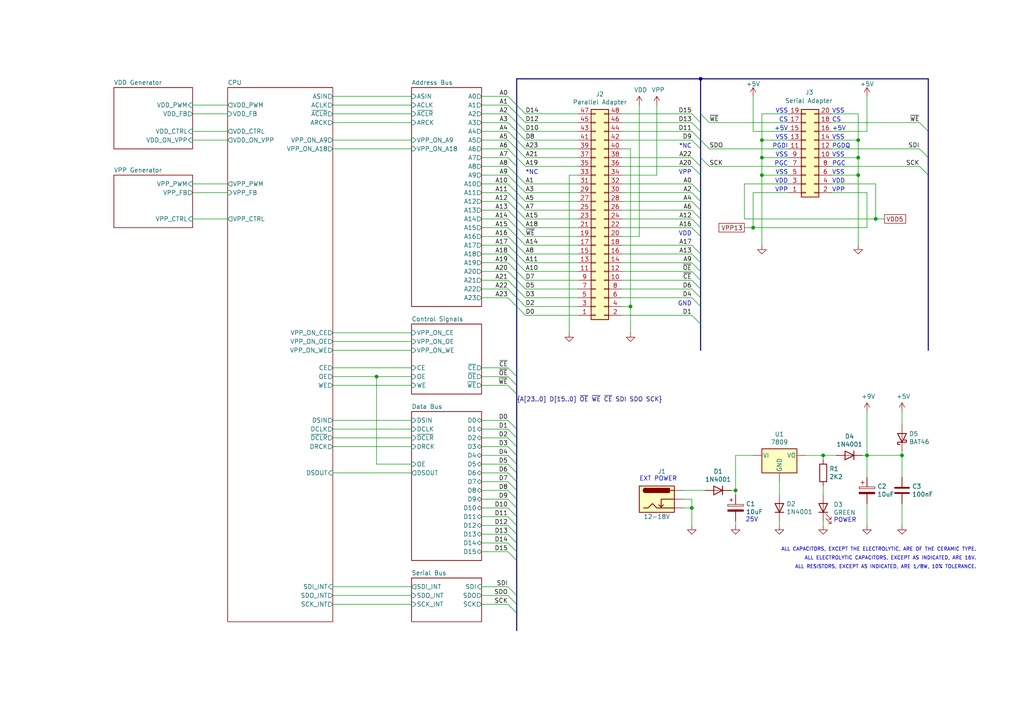
<source format=kicad_sch>
(kicad_sch (version 20211123) (generator eeschema)
  (paper "A4")
  (title_block (title "USB Flash/EPROM Programmer") (date "2022-04-27") (rev "v0.1.0 rev.E") (company "Robson Martins") (comment 1 "https://usbflashprog.robsonmartins.com"))
  (lib_symbols
    (symbol "Connector:Barrel_Jack_Switch" (pin_numbers hide)
      (property "Reference" "J" (at 0 5.334 0))
      (property "Value" "Barrel_Jack_Switch" (at 0 -5.08 0))
      (symbol "Barrel_Jack_Switch_1_1"
        (pin passive line (at 7.62 2.54 180) (length 2.54) (name "~") (number "1"))
        (pin passive line (at 7.62 -2.54 180) (length 2.54) (name "~") (number "2"))
        (pin passive line (at 7.62 0 180) (length 2.54) (name "~") (number "3"))
      )
    )
    (symbol "Connector_Generic:Conn_02x10_Odd_Even" (pin_names (offset 1.016) hide)
      (property "Reference" "J" (at 1.27 12.7 0))
      (property "Value" "Conn_02x10_Odd_Even" (at 1.27 -15.24 0))
      (symbol "Conn_02x10_Odd_Even_1_1"
        (pin passive line (at -5.08 10.16 0) (length 3.81) (name "Pin_1") (number "1"))
        (pin passive line (at 7.62 0 180) (length 3.81) (name "Pin_10") (number "10"))
        (pin passive line (at -5.08 -2.54 0) (length 3.81) (name "Pin_11") (number "11"))
        (pin passive line (at 7.62 -2.54 180) (length 3.81) (name "Pin_12") (number "12"))
        (pin passive line (at -5.08 -5.08 0) (length 3.81) (name "Pin_13") (number "13"))
        (pin passive line (at 7.62 -5.08 180) (length 3.81) (name "Pin_14") (number "14"))
        (pin passive line (at -5.08 -7.62 0) (length 3.81) (name "Pin_15") (number "15"))
        (pin passive line (at 7.62 -7.62 180) (length 3.81) (name "Pin_16") (number "16"))
        (pin passive line (at -5.08 -10.16 0) (length 3.81) (name "Pin_17") (number "17"))
        (pin passive line (at 7.62 -10.16 180) (length 3.81) (name "Pin_18") (number "18"))
        (pin passive line (at -5.08 -12.7 0) (length 3.81) (name "Pin_19") (number "19"))
        (pin passive line (at 7.62 10.16 180) (length 3.81) (name "Pin_2") (number "2"))
        (pin passive line (at 7.62 -12.7 180) (length 3.81) (name "Pin_20") (number "20"))
        (pin passive line (at -5.08 7.62 0) (length 3.81) (name "Pin_3") (number "3"))
        (pin passive line (at 7.62 7.62 180) (length 3.81) (name "Pin_4") (number "4"))
        (pin passive line (at -5.08 5.08 0) (length 3.81) (name "Pin_5") (number "5"))
        (pin passive line (at 7.62 5.08 180) (length 3.81) (name "Pin_6") (number "6"))
        (pin passive line (at -5.08 2.54 0) (length 3.81) (name "Pin_7") (number "7"))
        (pin passive line (at 7.62 2.54 180) (length 3.81) (name "Pin_8") (number "8"))
        (pin passive line (at -5.08 0 0) (length 3.81) (name "Pin_9") (number "9"))
      )
    )
    (symbol "Connector_Generic:Conn_02x24_Odd_Even" (pin_names (offset 1.016) hide)
      (property "Reference" "J" (at 1.27 30.48 0))
      (property "Value" "Conn_02x24_Odd_Even" (at 1.27 -33.02 0))
      (symbol "Conn_02x24_Odd_Even_1_1"
        (pin passive line (at -5.08 27.94 0) (length 3.81) (name "Pin_1") (number "1"))
        (pin passive line (at 7.62 17.78 180) (length 3.81) (name "Pin_10") (number "10"))
        (pin passive line (at -5.08 15.24 0) (length 3.81) (name "Pin_11") (number "11"))
        (pin passive line (at 7.62 15.24 180) (length 3.81) (name "Pin_12") (number "12"))
        (pin passive line (at -5.08 12.7 0) (length 3.81) (name "Pin_13") (number "13"))
        (pin passive line (at 7.62 12.7 180) (length 3.81) (name "Pin_14") (number "14"))
        (pin passive line (at -5.08 10.16 0) (length 3.81) (name "Pin_15") (number "15"))
        (pin passive line (at 7.62 10.16 180) (length 3.81) (name "Pin_16") (number "16"))
        (pin passive line (at -5.08 7.62 0) (length 3.81) (name "Pin_17") (number "17"))
        (pin passive line (at 7.62 7.62 180) (length 3.81) (name "Pin_18") (number "18"))
        (pin passive line (at -5.08 5.08 0) (length 3.81) (name "Pin_19") (number "19"))
        (pin passive line (at 7.62 27.94 180) (length 3.81) (name "Pin_2") (number "2"))
        (pin passive line (at 7.62 5.08 180) (length 3.81) (name "Pin_20") (number "20"))
        (pin passive line (at -5.08 2.54 0) (length 3.81) (name "Pin_21") (number "21"))
        (pin passive line (at 7.62 2.54 180) (length 3.81) (name "Pin_22") (number "22"))
        (pin passive line (at -5.08 0 0) (length 3.81) (name "Pin_23") (number "23"))
        (pin passive line (at 7.62 0 180) (length 3.81) (name "Pin_24") (number "24"))
        (pin passive line (at -5.08 -2.54 0) (length 3.81) (name "Pin_25") (number "25"))
        (pin passive line (at 7.62 -2.54 180) (length 3.81) (name "Pin_26") (number "26"))
        (pin passive line (at -5.08 -5.08 0) (length 3.81) (name "Pin_27") (number "27"))
        (pin passive line (at 7.62 -5.08 180) (length 3.81) (name "Pin_28") (number "28"))
        (pin passive line (at -5.08 -7.62 0) (length 3.81) (name "Pin_29") (number "29"))
        (pin passive line (at -5.08 25.4 0) (length 3.81) (name "Pin_3") (number "3"))
        (pin passive line (at 7.62 -7.62 180) (length 3.81) (name "Pin_30") (number "30"))
        (pin passive line (at -5.08 -10.16 0) (length 3.81) (name "Pin_31") (number "31"))
        (pin passive line (at 7.62 -10.16 180) (length 3.81) (name "Pin_32") (number "32"))
        (pin passive line (at -5.08 -12.7 0) (length 3.81) (name "Pin_33") (number "33"))
        (pin passive line (at 7.62 -12.7 180) (length 3.81) (name "Pin_34") (number "34"))
        (pin passive line (at -5.08 -15.24 0) (length 3.81) (name "Pin_35") (number "35"))
        (pin passive line (at 7.62 -15.24 180) (length 3.81) (name "Pin_36") (number "36"))
        (pin passive line (at -5.08 -17.78 0) (length 3.81) (name "Pin_37") (number "37"))
        (pin passive line (at 7.62 -17.78 180) (length 3.81) (name "Pin_38") (number "38"))
        (pin passive line (at -5.08 -20.32 0) (length 3.81) (name "Pin_39") (number "39"))
        (pin passive line (at 7.62 25.4 180) (length 3.81) (name "Pin_4") (number "4"))
        (pin passive line (at 7.62 -20.32 180) (length 3.81) (name "Pin_40") (number "40"))
        (pin passive line (at -5.08 -22.86 0) (length 3.81) (name "Pin_41") (number "41"))
        (pin passive line (at 7.62 -22.86 180) (length 3.81) (name "Pin_42") (number "42"))
        (pin passive line (at -5.08 -25.4 0) (length 3.81) (name "Pin_43") (number "43"))
        (pin passive line (at 7.62 -25.4 180) (length 3.81) (name "Pin_44") (number "44"))
        (pin passive line (at -5.08 -27.94 0) (length 3.81) (name "Pin_45") (number "45"))
        (pin passive line (at 7.62 -27.94 180) (length 3.81) (name "Pin_46") (number "46"))
        (pin passive line (at -5.08 -30.48 0) (length 3.81) (name "Pin_47") (number "47"))
        (pin passive line (at 7.62 -30.48 180) (length 3.81) (name "Pin_48") (number "48"))
        (pin passive line (at -5.08 22.86 0) (length 3.81) (name "Pin_5") (number "5"))
        (pin passive line (at 7.62 22.86 180) (length 3.81) (name "Pin_6") (number "6"))
        (pin passive line (at -5.08 20.32 0) (length 3.81) (name "Pin_7") (number "7"))
        (pin passive line (at 7.62 20.32 180) (length 3.81) (name "Pin_8") (number "8"))
        (pin passive line (at -5.08 17.78 0) (length 3.81) (name "Pin_9") (number "9"))
      )
    )
    (symbol "Device:C" (pin_numbers hide) (pin_names (offset 0.254))
      (property "Reference" "C" (at 0.635 2.54 0))
      (property "Value" "C" (at 0.635 -2.54 0))
      (symbol "C_1_1"
        (pin passive line (at 0 3.81 270) (length 2.794) (name "~") (number "1"))
        (pin passive line (at 0 -3.81 90) (length 2.794) (name "~") (number "2"))
      )
    )
    (symbol "Device:C_Polarized" (pin_numbers hide) (pin_names (offset 0.254))
      (property "Reference" "C" (at 0.635 2.54 0))
      (property "Value" "C_Polarized" (at 0.635 -2.54 0))
      (symbol "C_Polarized_1_1"
        (pin passive line (at 0 3.81 270) (length 2.794) (name "~") (number "1"))
        (pin passive line (at 0 -3.81 90) (length 2.794) (name "~") (number "2"))
      )
    )
    (symbol "Device:LED" (pin_numbers hide) (pin_names (offset 1.016) hide)
      (property "Reference" "D" (at 0 2.54 0))
      (property "Value" "LED" (at 0 -2.54 0))
      (symbol "LED_1_1"
        (pin passive line (at -3.81 0 0) (length 2.54) (name "K") (number "1"))
        (pin passive line (at 3.81 0 180) (length 2.54) (name "A") (number "2"))
      )
    )
    (symbol "Device:R" (pin_numbers hide) (pin_names (offset 0))
      (property "Reference" "R" (at 2.032 0 90))
      (property "Value" "R" (at 0 0 90))
      (symbol "R_1_1"
        (pin passive line (at 0 3.81 270) (length 1.27) (name "~") (number "1"))
        (pin passive line (at 0 -3.81 90) (length 1.27) (name "~") (number "2"))
      )
    )
    (symbol "Diode:1N4001" (pin_numbers hide) (pin_names (offset 1.016) hide)
      (property "Reference" "D" (at 0 2.54 0))
      (property "Value" "1N4001" (at 0 -2.54 0))
      (symbol "1N4001_1_1"
        (pin passive line (at -3.81 0 0) (length 2.54) (name "K") (number "1"))
        (pin passive line (at 3.81 0 180) (length 2.54) (name "A") (number "2"))
      )
    )
    (symbol "Diode:BAT46" (pin_numbers hide) (pin_names (offset 1.016) hide)
      (property "Reference" "D" (at 0 2.54 0))
      (property "Value" "BAT46" (at 0 -2.54 0))
      (symbol "BAT46_1_1"
        (pin passive line (at -3.81 0 0) (length 2.54) (name "K") (number "1"))
        (pin passive line (at 3.81 0 180) (length 2.54) (name "A") (number "2"))
      )
    )
    (symbol "Regulator_Linear:LM7809_TO220" (pin_numbers hide) (pin_names (offset 0.254))
      (property "Reference" "U" (at -3.81 3.175 0))
      (property "Value" "LM7809_TO220" (at 0 3.175 0))
      (symbol "LM7809_TO220_1_1"
        (pin power_in line (at -7.62 0 0) (length 2.54) (name "VI") (number "1"))
        (pin power_in line (at 0 -7.62 90) (length 2.54) (name "GND") (number "2"))
        (pin power_out line (at 7.62 0 180) (length 2.54) (name "VO") (number "3"))
      )
    )
    (symbol "power:+5V" (power) (pin_names (offset 0))
      (property "Value" "+5V" (at 0 3.556 0))
      (symbol "+5V_1_1"
        (pin power_in line (at 0 0 90) (length 0) hide (name "+5V") (number "1"))
      )
    )
    (symbol "power:+9V" (power) (pin_names (offset 0))
      (property "Value" "+9V" (at 0 3.556 0))
      (symbol "+9V_1_1"
        (pin power_in line (at 0 0 90) (length 0) hide (name "+9V") (number "1"))
      )
    )
    (symbol "power:GND" (power) (pin_names (offset 0))
      (property "Value" "GND" (at 0 -3.81 0))
      (symbol "GND_1_1"
        (pin power_in line (at 0 0 270) (length 0) hide (name "GND") (number "1"))
      )
    )
    (symbol "power:VDD" (power) (pin_names (offset 0))
      (property "Value" "VDD" (at 0 3.81 0))
      (symbol "VDD_1_1"
        (pin power_in line (at 0 0 90) (length 0) hide (name "VDD") (number "1"))
      )
    )
    (symbol "power:VPP" (power) (pin_names (offset 0))
      (property "Value" "VPP" (at 0 3.81 0))
      (symbol "VPP_1_1"
        (pin power_in line (at 0 0 90) (length 0) hide (name "VPP") (number "1"))
      )
    )
  )
  (junction (at 203.2 22.86))
  (junction (at 238.76 132.08))
  (junction (at 248.92 50.8))
  (junction (at 218.44 66.04))
  (junction (at 251.46 132.08))
  (junction (at 220.98 45.72))
  (junction (at 248.92 45.72))
  (junction (at 261.62 132.08))
  (junction (at 200.66 147.32))
  (junction (at 220.98 40.64))
  (junction (at 213.36 142.24))
  (junction (at 254 63.5))
  (junction (at 182.88 88.9))
  (junction (at 220.98 50.8))
  (junction (at 248.92 40.64))
  (junction (at 109.22 109.22))
  (bus_entry (at 200.66 60.96) (size 2.54 2.54))
  (bus_entry (at 149.86 83.82) (size 2.54 2.54))
  (bus_entry (at 147.32 129.54) (size 2.54 2.54))
  (bus_entry (at 149.86 76.2) (size 2.54 2.54))
  (bus_entry (at 149.86 68.58) (size 2.54 2.54))
  (bus_entry (at 147.32 127) (size 2.54 2.54))
  (bus_entry (at 149.86 55.88) (size 2.54 2.54))
  (bus_entry (at 149.86 73.66) (size 2.54 2.54))
  (bus_entry (at 200.66 66.04) (size 2.54 2.54))
  (bus_entry (at 149.86 43.18) (size 2.54 2.54))
  (bus_entry (at 147.32 111.76) (size 2.54 2.54))
  (bus_entry (at 200.66 38.1) (size 2.54 2.54))
  (bus_entry (at 200.66 48.26) (size 2.54 2.54))
  (bus_entry (at 200.66 73.66) (size 2.54 2.54))
  (bus_entry (at 147.32 86.36) (size 2.54 2.54))
  (bus_entry (at 147.32 157.48) (size 2.54 2.54))
  (bus_entry (at 147.32 137.16) (size 2.54 2.54))
  (bus_entry (at 200.66 78.74) (size 2.54 2.54))
  (bus_entry (at 147.32 73.66) (size 2.54 2.54))
  (bus_entry (at 147.32 48.26) (size 2.54 2.54))
  (bus_entry (at 149.86 30.48) (size 2.54 2.54))
  (bus_entry (at 149.86 78.74) (size 2.54 2.54))
  (bus_entry (at 149.86 50.8) (size 2.54 2.54))
  (bus_entry (at 149.86 45.72) (size 2.54 2.54))
  (bus_entry (at 147.32 170.18) (size 2.54 2.54))
  (bus_entry (at 147.32 172.72) (size 2.54 2.54))
  (bus_entry (at 147.32 175.26) (size 2.54 2.54))
  (bus_entry (at 147.32 149.86) (size 2.54 2.54))
  (bus_entry (at 147.32 53.34) (size 2.54 2.54))
  (bus_entry (at 200.66 53.34) (size 2.54 2.54))
  (bus_entry (at 147.32 76.2) (size 2.54 2.54))
  (bus_entry (at 147.32 40.64) (size 2.54 2.54))
  (bus_entry (at 200.66 76.2) (size 2.54 2.54))
  (bus_entry (at 147.32 66.04) (size 2.54 2.54))
  (bus_entry (at 149.86 71.12) (size 2.54 2.54))
  (bus_entry (at 149.86 60.96) (size 2.54 2.54))
  (bus_entry (at 149.86 40.64) (size 2.54 2.54))
  (bus_entry (at 147.32 60.96) (size 2.54 2.54))
  (bus_entry (at 200.66 55.88) (size 2.54 2.54))
  (bus_entry (at 149.86 81.28) (size 2.54 2.54))
  (bus_entry (at 200.66 40.64) (size 2.54 2.54))
  (bus_entry (at 147.32 154.94) (size 2.54 2.54))
  (bus_entry (at 200.66 35.56) (size 2.54 2.54))
  (bus_entry (at 200.66 33.02) (size 2.54 2.54))
  (bus_entry (at 149.86 66.04) (size 2.54 2.54))
  (bus_entry (at 203.2 40.64) (size 2.54 2.54))
  (bus_entry (at 149.86 58.42) (size 2.54 2.54))
  (bus_entry (at 200.66 86.36) (size 2.54 2.54))
  (bus_entry (at 147.32 38.1) (size 2.54 2.54))
  (bus_entry (at 147.32 124.46) (size 2.54 2.54))
  (bus_entry (at 147.32 43.18) (size 2.54 2.54))
  (bus_entry (at 147.32 33.02) (size 2.54 2.54))
  (bus_entry (at 200.66 83.82) (size 2.54 2.54))
  (bus_entry (at 147.32 27.94) (size 2.54 2.54))
  (bus_entry (at 147.32 132.08) (size 2.54 2.54))
  (bus_entry (at 147.32 83.82) (size 2.54 2.54))
  (bus_entry (at 147.32 71.12) (size 2.54 2.54))
  (bus_entry (at 147.32 147.32) (size 2.54 2.54))
  (bus_entry (at 149.86 88.9) (size 2.54 2.54))
  (bus_entry (at 200.66 81.28) (size 2.54 2.54))
  (bus_entry (at 147.32 121.92) (size 2.54 2.54))
  (bus_entry (at 200.66 45.72) (size 2.54 2.54))
  (bus_entry (at 147.32 134.62) (size 2.54 2.54))
  (bus_entry (at 200.66 91.44) (size 2.54 2.54))
  (bus_entry (at 147.32 68.58) (size 2.54 2.54))
  (bus_entry (at 147.32 78.74) (size 2.54 2.54))
  (bus_entry (at 149.86 35.56) (size 2.54 2.54))
  (bus_entry (at 147.32 55.88) (size 2.54 2.54))
  (bus_entry (at 147.32 50.8) (size 2.54 2.54))
  (bus_entry (at 149.86 63.5) (size 2.54 2.54))
  (bus_entry (at 147.32 81.28) (size 2.54 2.54))
  (bus_entry (at 200.66 71.12) (size 2.54 2.54))
  (bus_entry (at 149.86 53.34) (size 2.54 2.54))
  (bus_entry (at 200.66 63.5) (size 2.54 2.54))
  (bus_entry (at 147.32 160.02) (size 2.54 2.54))
  (bus_entry (at 147.32 45.72) (size 2.54 2.54))
  (bus_entry (at 147.32 63.5) (size 2.54 2.54))
  (bus_entry (at 149.86 86.36) (size 2.54 2.54))
  (bus_entry (at 147.32 58.42) (size 2.54 2.54))
  (bus_entry (at 200.66 58.42) (size 2.54 2.54))
  (bus_entry (at 147.32 35.56) (size 2.54 2.54))
  (bus_entry (at 147.32 142.24) (size 2.54 2.54))
  (bus_entry (at 147.32 30.48) (size 2.54 2.54))
  (bus_entry (at 203.2 45.72) (size 2.54 2.54))
  (bus_entry (at 266.7 48.26) (size 2.54 2.54))
  (bus_entry (at 266.7 43.18) (size 2.54 2.54))
  (bus_entry (at 203.2 33.02) (size 2.54 2.54))
  (bus_entry (at 266.7 35.56) (size 2.54 2.54))
  (bus_entry (at 147.32 152.4) (size 2.54 2.54))
  (bus_entry (at 147.32 109.22) (size 2.54 2.54))
  (bus_entry (at 149.86 33.02) (size 2.54 2.54))
  (bus_entry (at 147.32 106.68) (size 2.54 2.54))
  (bus_entry (at 147.32 139.7) (size 2.54 2.54))
  (bus_entry (at 147.32 144.78) (size 2.54 2.54))
  (bus_entry (at 149.86 38.1) (size 2.54 2.54))
  (wire (pts (xy 254 63.5) (xy 254 53.34)))
  (bus (pts (xy 149.86 162.56) (xy 149.86 172.72)))
  (wire (pts (xy 55.88 63.5) (xy 66.04 63.5)))
  (bus (pts (xy 203.2 86.36) (xy 203.2 88.9)))
  (wire (pts (xy 147.32 33.02) (xy 139.7 33.02)))
  (wire (pts (xy 167.64 68.58) (xy 152.4 68.58)))
  (bus (pts (xy 149.86 78.74) (xy 149.86 81.28)))
  (wire (pts (xy 226.06 139.7) (xy 226.06 143.51)))
  (wire (pts (xy 139.7 142.24) (xy 147.32 142.24)))
  (wire (pts (xy 139.7 157.48) (xy 147.32 157.48)))
  (bus (pts (xy 149.86 149.86) (xy 149.86 152.4)))
  (bus (pts (xy 149.86 147.32) (xy 149.86 149.86)))
  (wire (pts (xy 220.98 40.64) (xy 220.98 33.02)))
  (wire (pts (xy 96.52 175.26) (xy 119.38 175.26)))
  (wire (pts (xy 139.7 129.54) (xy 147.32 129.54)))
  (wire (pts (xy 248.92 40.64) (xy 248.92 33.02)))
  (wire (pts (xy 152.4 43.18) (xy 167.64 43.18)))
  (wire (pts (xy 256.54 63.5) (xy 254 63.5)))
  (wire (pts (xy 220.98 50.8) (xy 220.98 71.12)))
  (wire (pts (xy 251.46 138.43) (xy 251.46 132.08)))
  (wire (pts (xy 139.7 63.5) (xy 147.32 63.5)))
  (wire (pts (xy 215.9 63.5) (xy 215.9 53.34)))
  (wire (pts (xy 167.64 60.96) (xy 152.4 60.96)))
  (wire (pts (xy 167.64 48.26) (xy 152.4 48.26)))
  (bus (pts (xy 149.86 132.08) (xy 149.86 134.62)))
  (wire (pts (xy 180.34 40.64) (xy 200.66 40.64)))
  (wire (pts (xy 152.4 76.2) (xy 167.64 76.2)))
  (wire (pts (xy 241.3 35.56) (xy 266.7 35.56)))
  (bus (pts (xy 203.2 58.42) (xy 203.2 60.96)))
  (bus (pts (xy 203.2 33.02) (xy 203.2 35.56)))
  (wire (pts (xy 152.4 86.36) (xy 167.64 86.36)))
  (bus (pts (xy 149.86 63.5) (xy 149.86 66.04)))
  (bus (pts (xy 149.86 81.28) (xy 149.86 83.82)))
  (wire (pts (xy 165.1 50.8) (xy 165.1 96.52)))
  (wire (pts (xy 147.32 149.86) (xy 139.7 149.86)))
  (bus (pts (xy 149.86 114.3) (xy 149.86 124.46)))
  (wire (pts (xy 96.52 106.68) (xy 119.38 106.68)))
  (wire (pts (xy 55.88 40.64) (xy 66.04 40.64)))
  (bus (pts (xy 203.2 22.86) (xy 203.2 33.02)))
  (wire (pts (xy 182.88 88.9) (xy 182.88 96.52)))
  (wire (pts (xy 147.32 66.04) (xy 139.7 66.04)))
  (wire (pts (xy 139.7 170.18) (xy 147.32 170.18)))
  (wire (pts (xy 180.34 86.36) (xy 200.66 86.36)))
  (bus (pts (xy 203.2 88.9) (xy 203.2 93.98)))
  (bus (pts (xy 203.2 66.04) (xy 203.2 68.58)))
  (bus (pts (xy 149.86 124.46) (xy 149.86 127)))
  (wire (pts (xy 147.32 60.96) (xy 139.7 60.96)))
  (bus (pts (xy 149.86 88.9) (xy 149.86 109.22)))
  (wire (pts (xy 147.32 40.64) (xy 139.7 40.64)))
  (wire (pts (xy 200.66 71.12) (xy 180.34 71.12)))
  (bus (pts (xy 149.86 127) (xy 149.86 129.54)))
  (wire (pts (xy 167.64 55.88) (xy 152.4 55.88)))
  (wire (pts (xy 96.52 127) (xy 119.38 127)))
  (wire (pts (xy 251.46 152.4) (xy 251.46 146.05)))
  (bus (pts (xy 203.2 76.2) (xy 203.2 78.74)))
  (wire (pts (xy 241.3 43.18) (xy 266.7 43.18)))
  (wire (pts (xy 147.32 45.72) (xy 139.7 45.72)))
  (wire (pts (xy 152.4 40.64) (xy 167.64 40.64)))
  (wire (pts (xy 119.38 33.02) (xy 96.52 33.02)))
  (wire (pts (xy 241.3 53.34) (xy 254 53.34)))
  (wire (pts (xy 205.74 35.56) (xy 228.6 35.56)))
  (wire (pts (xy 213.36 132.08) (xy 218.44 132.08)))
  (wire (pts (xy 212.09 142.24) (xy 213.36 142.24)))
  (wire (pts (xy 180.34 91.44) (xy 200.66 91.44)))
  (wire (pts (xy 180.34 76.2) (xy 200.66 76.2)))
  (wire (pts (xy 248.92 50.8) (xy 248.92 45.72)))
  (wire (pts (xy 220.98 45.72) (xy 220.98 40.64)))
  (wire (pts (xy 119.38 40.64) (xy 96.52 40.64)))
  (wire (pts (xy 96.52 101.6) (xy 119.38 101.6)))
  (bus (pts (xy 149.86 139.7) (xy 149.86 142.24)))
  (bus (pts (xy 203.2 83.82) (xy 203.2 86.36)))
  (wire (pts (xy 96.52 35.56) (xy 119.38 35.56)))
  (bus (pts (xy 203.2 93.98) (xy 203.2 101.6)))
  (wire (pts (xy 147.32 53.34) (xy 139.7 53.34)))
  (wire (pts (xy 55.88 55.88) (xy 66.04 55.88)))
  (bus (pts (xy 149.86 58.42) (xy 149.86 60.96)))
  (wire (pts (xy 220.98 50.8) (xy 220.98 45.72)))
  (bus (pts (xy 149.86 71.12) (xy 149.86 73.66)))
  (wire (pts (xy 218.44 55.88) (xy 218.44 66.04)))
  (wire (pts (xy 180.34 66.04) (xy 200.66 66.04)))
  (bus (pts (xy 269.24 50.8) (xy 269.24 101.6)))
  (wire (pts (xy 147.32 55.88) (xy 139.7 55.88)))
  (wire (pts (xy 147.32 86.36) (xy 139.7 86.36)))
  (bus (pts (xy 203.2 68.58) (xy 203.2 73.66)))
  (wire (pts (xy 200.66 78.74) (xy 180.34 78.74)))
  (wire (pts (xy 251.46 38.1) (xy 251.46 27.94)))
  (bus (pts (xy 149.86 157.48) (xy 149.86 160.02)))
  (wire (pts (xy 119.38 27.94) (xy 96.52 27.94)))
  (bus (pts (xy 203.2 63.5) (xy 203.2 66.04)))
  (wire (pts (xy 241.3 40.64) (xy 248.92 40.64)))
  (wire (pts (xy 152.4 53.34) (xy 167.64 53.34)))
  (bus (pts (xy 203.2 40.64) (xy 203.2 43.18)))
  (wire (pts (xy 190.5 30.48) (xy 190.5 50.8)))
  (bus (pts (xy 149.86 48.26) (xy 149.86 50.8)))
  (wire (pts (xy 200.66 53.34) (xy 180.34 53.34)))
  (wire (pts (xy 96.52 121.92) (xy 119.38 121.92)))
  (wire (pts (xy 200.66 147.32) (xy 200.66 152.4)))
  (bus (pts (xy 149.86 33.02) (xy 149.86 35.56)))
  (wire (pts (xy 185.42 30.48) (xy 185.42 68.58)))
  (wire (pts (xy 139.7 106.68) (xy 147.32 106.68)))
  (bus (pts (xy 203.2 50.8) (xy 203.2 55.88)))
  (wire (pts (xy 147.32 144.78) (xy 139.7 144.78)))
  (wire (pts (xy 139.7 71.12) (xy 147.32 71.12)))
  (wire (pts (xy 200.66 83.82) (xy 180.34 83.82)))
  (wire (pts (xy 215.9 66.04) (xy 218.44 66.04)))
  (wire (pts (xy 248.92 45.72) (xy 248.92 40.64)))
  (wire (pts (xy 167.64 35.56) (xy 152.4 35.56)))
  (wire (pts (xy 180.34 60.96) (xy 200.66 60.96)))
  (wire (pts (xy 205.74 43.18) (xy 228.6 43.18)))
  (wire (pts (xy 147.32 68.58) (xy 139.7 68.58)))
  (bus (pts (xy 149.86 22.86) (xy 149.86 30.48)))
  (bus (pts (xy 149.86 160.02) (xy 149.86 162.56)))
  (bus (pts (xy 149.86 73.66) (xy 149.86 76.2)))
  (wire (pts (xy 254 63.5) (xy 215.9 63.5)))
  (wire (pts (xy 167.64 83.82) (xy 152.4 83.82)))
  (wire (pts (xy 96.52 170.18) (xy 119.38 170.18)))
  (wire (pts (xy 180.34 73.66) (xy 200.66 73.66)))
  (wire (pts (xy 147.32 121.92) (xy 139.7 121.92)))
  (wire (pts (xy 180.34 35.56) (xy 200.66 35.56)))
  (wire (pts (xy 251.46 55.88) (xy 251.46 66.04)))
  (wire (pts (xy 147.32 83.82) (xy 139.7 83.82)))
  (bus (pts (xy 149.86 22.86) (xy 203.2 22.86)))
  (wire (pts (xy 228.6 38.1) (xy 218.44 38.1)))
  (bus (pts (xy 149.86 177.8) (xy 149.86 182.88)))
  (bus (pts (xy 203.2 60.96) (xy 203.2 63.5)))
  (wire (pts (xy 233.68 132.08) (xy 238.76 132.08)))
  (wire (pts (xy 218.44 66.04) (xy 251.46 66.04)))
  (bus (pts (xy 149.86 111.76) (xy 149.86 114.3)))
  (bus (pts (xy 149.86 154.94) (xy 149.86 157.48)))
  (bus (pts (xy 149.86 50.8) (xy 149.86 53.34)))
  (wire (pts (xy 261.62 138.43) (xy 261.62 132.08)))
  (wire (pts (xy 182.88 43.18) (xy 182.88 88.9)))
  (bus (pts (xy 149.86 83.82) (xy 149.86 86.36)))
  (wire (pts (xy 238.76 132.08) (xy 242.57 132.08)))
  (bus (pts (xy 203.2 73.66) (xy 203.2 76.2)))
  (wire (pts (xy 200.66 63.5) (xy 180.34 63.5)))
  (wire (pts (xy 147.32 30.48) (xy 139.7 30.48)))
  (bus (pts (xy 149.86 60.96) (xy 149.86 63.5)))
  (bus (pts (xy 149.86 40.64) (xy 149.86 43.18)))
  (wire (pts (xy 152.4 45.72) (xy 167.64 45.72)))
  (wire (pts (xy 147.32 35.56) (xy 139.7 35.56)))
  (wire (pts (xy 241.3 50.8) (xy 248.92 50.8)))
  (wire (pts (xy 200.66 38.1) (xy 180.34 38.1)))
  (wire (pts (xy 200.66 144.78) (xy 198.12 144.78)))
  (wire (pts (xy 228.6 53.34) (xy 215.9 53.34)))
  (wire (pts (xy 226.06 151.13) (xy 226.06 152.4)))
  (wire (pts (xy 165.1 50.8) (xy 167.64 50.8)))
  (wire (pts (xy 220.98 45.72) (xy 228.6 45.72)))
  (wire (pts (xy 147.32 73.66) (xy 139.7 73.66)))
  (wire (pts (xy 200.66 45.72) (xy 180.34 45.72)))
  (wire (pts (xy 261.62 146.05) (xy 261.62 152.4)))
  (wire (pts (xy 238.76 143.51) (xy 238.76 140.97)))
  (bus (pts (xy 149.86 175.26) (xy 149.86 177.8)))
  (bus (pts (xy 149.86 134.62) (xy 149.86 137.16)))
  (bus (pts (xy 203.2 78.74) (xy 203.2 81.28)))
  (bus (pts (xy 203.2 81.28) (xy 203.2 83.82)))
  (wire (pts (xy 96.52 172.72) (xy 119.38 172.72)))
  (wire (pts (xy 55.88 53.34) (xy 66.04 53.34)))
  (wire (pts (xy 182.88 43.18) (xy 180.34 43.18)))
  (wire (pts (xy 180.34 50.8) (xy 190.5 50.8)))
  (wire (pts (xy 218.44 55.88) (xy 228.6 55.88)))
  (wire (pts (xy 205.74 48.26) (xy 228.6 48.26)))
  (wire (pts (xy 147.32 58.42) (xy 139.7 58.42)))
  (wire (pts (xy 251.46 132.08) (xy 261.62 132.08)))
  (bus (pts (xy 149.86 137.16) (xy 149.86 139.7)))
  (wire (pts (xy 139.7 109.22) (xy 147.32 109.22)))
  (wire (pts (xy 147.32 43.18) (xy 139.7 43.18)))
  (wire (pts (xy 180.34 48.26) (xy 200.66 48.26)))
  (wire (pts (xy 213.36 151.13) (xy 213.36 152.4)))
  (wire (pts (xy 96.52 111.76) (xy 119.38 111.76)))
  (wire (pts (xy 139.7 152.4) (xy 147.32 152.4)))
  (bus (pts (xy 149.86 53.34) (xy 149.86 55.88)))
  (wire (pts (xy 152.4 71.12) (xy 167.64 71.12)))
  (bus (pts (xy 203.2 55.88) (xy 203.2 58.42)))
  (bus (pts (xy 149.86 30.48) (xy 149.86 33.02)))
  (wire (pts (xy 167.64 73.66) (xy 152.4 73.66)))
  (wire (pts (xy 167.64 63.5) (xy 152.4 63.5)))
  (wire (pts (xy 241.3 45.72) (xy 248.92 45.72)))
  (wire (pts (xy 96.52 109.22) (xy 109.22 109.22)))
  (wire (pts (xy 238.76 151.13) (xy 238.76 152.4)))
  (wire (pts (xy 152.4 58.42) (xy 167.64 58.42)))
  (wire (pts (xy 238.76 133.35) (xy 238.76 132.08)))
  (bus (pts (xy 149.86 45.72) (xy 149.86 48.26)))
  (wire (pts (xy 167.64 78.74) (xy 152.4 78.74)))
  (wire (pts (xy 119.38 124.46) (xy 96.52 124.46)))
  (bus (pts (xy 203.2 48.26) (xy 203.2 50.8)))
  (wire (pts (xy 139.7 147.32) (xy 147.32 147.32)))
  (wire (pts (xy 147.32 38.1) (xy 139.7 38.1)))
  (wire (pts (xy 139.7 78.74) (xy 147.32 78.74)))
  (wire (pts (xy 180.34 81.28) (xy 200.66 81.28)))
  (wire (pts (xy 218.44 38.1) (xy 218.44 27.94)))
  (wire (pts (xy 139.7 175.26) (xy 147.32 175.26)))
  (bus (pts (xy 149.86 109.22) (xy 149.86 111.76)))
  (wire (pts (xy 119.38 129.54) (xy 96.52 129.54)))
  (wire (pts (xy 96.52 99.06) (xy 119.38 99.06)))
  (wire (pts (xy 241.3 55.88) (xy 251.46 55.88)))
  (wire (pts (xy 152.4 33.02) (xy 167.64 33.02)))
  (wire (pts (xy 241.3 48.26) (xy 266.7 48.26)))
  (wire (pts (xy 147.32 132.08) (xy 139.7 132.08)))
  (wire (pts (xy 139.7 111.76) (xy 147.32 111.76)))
  (wire (pts (xy 96.52 43.18) (xy 119.38 43.18)))
  (bus (pts (xy 149.86 55.88) (xy 149.86 58.42)))
  (wire (pts (xy 96.52 137.16) (xy 119.38 137.16)))
  (bus (pts (xy 269.24 22.86) (xy 269.24 38.1)))
  (bus (pts (xy 149.86 172.72) (xy 149.86 175.26)))
  (bus (pts (xy 149.86 152.4) (xy 149.86 154.94)))
  (wire (pts (xy 147.32 76.2) (xy 139.7 76.2)))
  (wire (pts (xy 147.32 137.16) (xy 139.7 137.16)))
  (wire (pts (xy 119.38 96.52) (xy 96.52 96.52)))
  (wire (pts (xy 241.3 33.02) (xy 248.92 33.02)))
  (wire (pts (xy 220.98 33.02) (xy 228.6 33.02)))
  (wire (pts (xy 198.12 142.24) (xy 204.47 142.24)))
  (bus (pts (xy 203.2 45.72) (xy 203.2 48.26)))
  (wire (pts (xy 213.36 142.24) (xy 213.36 132.08)))
  (bus (pts (xy 149.86 86.36) (xy 149.86 88.9)))
  (bus (pts (xy 149.86 129.54) (xy 149.86 132.08)))
  (wire (pts (xy 139.7 27.94) (xy 147.32 27.94)))
  (bus (pts (xy 149.86 142.24) (xy 149.86 144.78)))
  (wire (pts (xy 147.32 127) (xy 139.7 127)))
  (bus (pts (xy 269.24 38.1) (xy 269.24 45.72)))
  (wire (pts (xy 241.3 38.1) (xy 251.46 38.1)))
  (wire (pts (xy 96.52 30.48) (xy 119.38 30.48)))
  (bus (pts (xy 149.86 66.04) (xy 149.86 68.58)))
  (wire (pts (xy 139.7 124.46) (xy 147.32 124.46)))
  (bus (pts (xy 149.86 35.56) (xy 149.86 38.1)))
  (wire (pts (xy 167.64 66.04) (xy 152.4 66.04)))
  (wire (pts (xy 200.66 58.42) (xy 180.34 58.42)))
  (bus (pts (xy 149.86 144.78) (xy 149.86 147.32)))
  (wire (pts (xy 147.32 154.94) (xy 139.7 154.94)))
  (wire (pts (xy 200.66 33.02) (xy 180.34 33.02)))
  (wire (pts (xy 248.92 71.12) (xy 248.92 50.8)))
  (wire (pts (xy 152.4 91.44) (xy 167.64 91.44)))
  (bus (pts (xy 203.2 43.18) (xy 203.2 45.72)))
  (wire (pts (xy 109.22 109.22) (xy 119.38 109.22)))
  (wire (pts (xy 139.7 172.72) (xy 147.32 172.72)))
  (wire (pts (xy 147.32 50.8) (xy 139.7 50.8)))
  (bus (pts (xy 149.86 43.18) (xy 149.86 45.72)))
  (wire (pts (xy 220.98 40.64) (xy 228.6 40.64)))
  (wire (pts (xy 180.34 68.58) (xy 185.42 68.58)))
  (wire (pts (xy 250.19 132.08) (xy 251.46 132.08)))
  (wire (pts (xy 152.4 81.28) (xy 167.64 81.28)))
  (bus (pts (xy 149.86 76.2) (xy 149.86 78.74)))
  (wire (pts (xy 109.22 134.62) (xy 109.22 109.22)))
  (bus (pts (xy 203.2 38.1) (xy 203.2 40.64)))
  (bus (pts (xy 203.2 35.56) (xy 203.2 38.1)))
  (wire (pts (xy 147.32 48.26) (xy 139.7 48.26)))
  (wire (pts (xy 198.12 147.32) (xy 200.66 147.32)))
  (wire (pts (xy 200.66 147.32) (xy 200.66 144.78)))
  (bus (pts (xy 269.24 45.72) (xy 269.24 50.8)))
  (wire (pts (xy 147.32 160.02) (xy 139.7 160.02)))
  (wire (pts (xy 182.88 88.9) (xy 180.34 88.9)))
  (wire (pts (xy 139.7 139.7) (xy 147.32 139.7)))
  (wire (pts (xy 55.88 30.48) (xy 66.04 30.48)))
  (bus (pts (xy 203.2 22.86) (xy 269.24 22.86)))
  (wire (pts (xy 251.46 119.38) (xy 251.46 132.08)))
  (wire (pts (xy 180.34 55.88) (xy 200.66 55.88)))
  (wire (pts (xy 119.38 134.62) (xy 109.22 134.62)))
  (wire (pts (xy 213.36 142.24) (xy 213.36 143.51)))
  (wire (pts (xy 167.64 88.9) (xy 152.4 88.9)))
  (wire (pts (xy 55.88 38.1) (xy 66.04 38.1)))
  (wire (pts (xy 139.7 134.62) (xy 147.32 134.62)))
  (bus (pts (xy 149.86 68.58) (xy 149.86 71.12)))
  (wire (pts (xy 152.4 38.1) (xy 167.64 38.1)))
  (wire (pts (xy 55.88 33.02) (xy 66.04 33.02)))
  (bus (pts (xy 149.86 38.1) (xy 149.86 40.64)))
  (wire (pts (xy 147.32 81.28) (xy 139.7 81.28)))
  (wire (pts (xy 220.98 50.8) (xy 228.6 50.8)))
  (wire (pts (xy 261.62 132.08) (xy 261.62 130.81)))
  (wire (pts (xy 261.62 119.38) (xy 261.62 123.19)))
  (text "EXT POWER" (at 185.42 139.7 0) (effects (font (size 1.27 1.27)) (justify left bottom)))
  (text "+5V" (at 228.6 38.1 180) (effects (font (size 1.27 1.27)) (justify right bottom)))
  (text "VSS" (at 228.6 45.72 180) (effects (font (size 1.27 1.27)) (justify right bottom)))
  (text "VSS" (at 228.6 50.8 180) (effects (font (size 1.27 1.27)) (justify right bottom)))
  (text "PGC" (at 241.3 48.26 0) (effects (font (size 1.27 1.27)) (justify left bottom)))
  (text "VSS" (at 241.3 33.02 0) (effects (font (size 1.27 1.27)) (justify left bottom)))
  (text "VPP" (at 228.6 55.88 180) (effects (font (size 1.27 1.27)) (justify right bottom)))
  (text "25V" (at 216.2302 151.5364 0) (effects (font (size 1.27 1.27)) (justify left bottom)))
  (text "*NC" (at 200.66 43.18 180) (effects (font (size 1.27 1.27)) (justify right bottom)))
  (text "VPP" (at 200.66 50.8 180) (effects (font (size 1.27 1.27)) (justify right bottom)))
  (text "CS" (at 228.6 35.56 180) (effects (font (size 1.27 1.27)) (justify right bottom)))
  (text "VSS" (at 241.3 40.64 0) (effects (font (size 1.27 1.27)) (justify left bottom)))
  (text "POWER" (at 241.7572 151.6888 0) (effects (font (size 1.27 1.27)) (justify left bottom)))
  (text "PGC" (at 228.6 48.26 180) (effects (font (size 1.27 1.27)) (justify right bottom)))
  (text "VSS" (at 241.3 45.72 0) (effects (font (size 1.27 1.27)) (justify left bottom)))
  (text "VDD" (at 241.3 53.34 0) (effects (font (size 1.27 1.27)) (justify left bottom)))
  (text "ALL CAPACITORS, EXCEPT THE ELECTROLYTIC, ARE OF THE CERAMIC TYPE." (at 283.21 160.02 0) (effects (font (size 1.016 1.016)) (justify right bottom)))
  (text "VDD" (at 228.6 53.34 180) (effects (font (size 1.27 1.27)) (justify right bottom)))
  (text "ALL RESISTORS, EXCEPT AS INDICATED, ARE 1/8W, 10% TOLERANCE." (at 283.21 165.1 0) (effects (font (size 1.016 1.016)) (justify right bottom)))
  (text "*NC" (at 152.4 50.8 0) (effects (font (size 1.27 1.27)) (justify left bottom)))
  (text "+5V" (at 241.3 38.1 0) (effects (font (size 1.27 1.27)) (justify left bottom)))
  (text "VSS" (at 241.3 50.8 0) (effects (font (size 1.27 1.27)) (justify left bottom)))
  (text "VSS" (at 228.6 40.64 180) (effects (font (size 1.27 1.27)) (justify right bottom)))
  (text "PGDI" (at 228.6 43.18 180) (effects (font (size 1.27 1.27)) (justify right bottom)))
  (text "PGDQ" (at 241.3 43.18 0) (effects (font (size 1.27 1.27)) (justify left bottom)))
  (text "VPP" (at 241.3 55.88 0) (effects (font (size 1.27 1.27)) (justify left bottom)))
  (text "VDD" (at 200.66 68.58 180) (effects (font (size 1.27 1.27)) (justify right bottom)))
  (text "CS" (at 241.3 35.56 0) (effects (font (size 1.27 1.27)) (justify left bottom)))
  (text "GND" (at 200.66 88.9 180) (effects (font (size 1.27 1.27)) (justify right bottom)))
  (text "VSS" (at 228.6 33.02 180) (effects (font (size 1.27 1.27)) (justify right bottom)))
  (text "ALL ELECTROLYTIC CAPACITORS, EXCEPT AS INDICATED, ARE 16V." (at 283.21 162.56 0) (effects (font (size 1.016 1.016)) (justify right bottom)))
  (label "D7" (at 152.4 81.28 0))
  (label "A14" (at 147.32 63.5 180))
  (label "D5" (at 152.4 83.82 0))
  (label "A4" (at 200.66 58.42 180))
  (label "A21" (at 147.32 81.28 180))
  (label "D13" (at 200.66 35.56 180))
  (label "A13" (at 147.32 60.96 180))
  (label "A16" (at 147.32 68.58 180))
  (label "A19" (at 147.32 76.2 180))
  (label "A22" (at 200.66 45.72 180))
  (label "SDI" (at 147.32 170.18 180))
  (label "D8" (at 147.32 142.24 180))
  (label "A23" (at 147.32 86.36 180))
  (label "~{WE}" (at 205.74 35.56 0))
  (label "D11" (at 200.66 38.1 180))
  (label "D1" (at 200.66 91.44 180))
  (label "~{CE}" (at 200.66 81.28 180))
  (label "D6" (at 200.66 83.82 180))
  (label "A9" (at 200.66 76.2 180))
  (label "D13" (at 147.32 154.94 180))
  (label "SCK" (at 266.7 48.26 180))
  (label "SCK" (at 147.32 175.26 180))
  (label "D14" (at 152.4 33.02 0))
  (label "D0" (at 147.32 121.92 180))
  (label "~{CE}" (at 147.32 106.68 180))
  (label "A9" (at 147.32 50.8 180))
  (label "D12" (at 147.32 152.4 180))
  (label "A4" (at 147.32 38.1 180))
  (label "A18" (at 147.32 73.66 180))
  (label "D0" (at 152.4 91.44 0))
  (label "D6" (at 147.32 137.16 180))
  (label "A2" (at 200.66 55.88 180))
  (label "D15" (at 147.32 160.02 180))
  (label "A14" (at 152.4 71.12 0))
  (label "SDO" (at 147.32 172.72 180))
  (label "D10" (at 147.32 147.32 180))
  (label "D9" (at 147.32 144.78 180))
  (label "A20" (at 200.66 48.26 180))
  (label "A17" (at 200.66 71.12 180))
  (label "A16" (at 200.66 66.04 180))
  (label "A3" (at 147.32 35.56 180))
  (label "D5" (at 147.32 134.62 180))
  (label "D4" (at 200.66 86.36 180))
  (label "SDO" (at 205.74 43.18 0))
  (label "A0" (at 200.66 53.34 180))
  (label "D12" (at 152.4 35.56 0))
  (label "A20" (at 147.32 78.74 180))
  (label "A3" (at 152.4 55.88 0))
  (label "A2" (at 147.32 33.02 180))
  (label "A21" (at 152.4 45.72 0))
  (label "A15" (at 152.4 63.5 0))
  (label "A12" (at 147.32 58.42 180))
  (label "A1" (at 147.32 30.48 180))
  (label "A22" (at 147.32 83.82 180))
  (label "D15" (at 200.66 33.02 180))
  (label "D1" (at 147.32 124.46 180))
  (label "D10" (at 152.4 38.1 0))
  (label "A0" (at 147.32 27.94 180))
  (label "A19" (at 152.4 48.26 0))
  (label "A6" (at 147.32 43.18 180))
  (label "~{WE}" (at 152.4 68.58 0))
  (label "D3" (at 147.32 129.54 180))
  (label "SCK" (at 205.74 48.26 0))
  (label "A12" (at 200.66 63.5 180))
  (label "D8" (at 152.4 40.64 0))
  (label "A5" (at 152.4 58.42 0))
  (label "D2" (at 147.32 127 180))
  (label "A18" (at 152.4 66.04 0))
  (label "~{OE}" (at 147.32 109.22 180))
  (label "A17" (at 147.32 71.12 180))
  (label "A11" (at 147.32 55.88 180))
  (label "D7" (at 147.32 139.7 180))
  (label "A15" (at 147.32 66.04 180))
  (label "{A[23..0] D[15..0] ~{OE} ~{WE} ~{CE} SDI SDO SCK}" (at 149.86 116.84 0))
  (label "D11" (at 147.32 149.86 180))
  (label "A10" (at 147.32 53.34 180))
  (label "A7" (at 152.4 60.96 0))
  (label "~{WE}" (at 266.7 35.56 180))
  (label "A6" (at 200.66 60.96 180))
  (label "SDI" (at 266.7 43.18 180))
  (label "D4" (at 147.32 132.08 180))
  (label "A13" (at 200.66 73.66 180))
  (label "A1" (at 152.4 53.34 0))
  (label "~{WE}" (at 147.32 111.76 180))
  (label "A7" (at 147.32 45.72 180))
  (label "D3" (at 152.4 86.36 0))
  (label "D14" (at 147.32 157.48 180))
  (label "A8" (at 147.32 48.26 180))
  (label "D9" (at 200.66 40.64 180))
  (label "A8" (at 152.4 73.66 0))
  (label "A11" (at 152.4 76.2 0))
  (label "D2" (at 152.4 88.9 0))
  (label "~{OE}" (at 200.66 78.74 180))
  (label "A23" (at 152.4 43.18 0))
  (label "A5" (at 147.32 40.64 180))
  (label "A10" (at 152.4 78.74 0))
  (global_label "VDD5" (shape passive) (at 256.54 63.5 0) (property "Intersheet References" "${INTERSHEET_REFS}" (effects hide)))
  (global_label "VPP13" (shape passive) (at 215.9 66.04 180) (property "Intersheet References" "${INTERSHEET_REFS}" (effects hide)))
  (symbol (lib_id "Connector:Barrel_Jack_Switch") (at 190.5 144.78 0) (unit 1)
    (property "Reference" "J1" (at 191.9478 136.7282 0))
    (property "Value" "12-18V" (at 190.5 149.86 0))
    (property "Footprint" "Connector_BarrelJack:BarrelJack_Horizontal" (effects hide))
  )
  (symbol (lib_id "power:GND") (at 200.66 152.4 0) (unit 1)
    (property "Reference" "#PWR05" (effects hide))
    (property "Value" "GND" (effects hide))
  )
  (symbol (lib_id "Diode:1N4001") (at 208.28 142.24 180) (unit 1)
    (property "Reference" "D1" (at 208.28 136.7282 0))
    (property "Value" "1N4001" (at 208.28 139.0396 0))
    (property "Footprint" "Diode_THT:D_DO-41_SOD81_P10.16mm_Horizontal" (effects hide))
    (property "Datasheet" "http://www.vishay.com/docs/88503/1n4001.pdf" (effects hide))
  )
  (symbol (lib_id "Diode:1N4001") (at 246.38 132.08 180) (unit 1)
    (property "Reference" "D4" (at 246.38 126.5682 0))
    (property "Value" "1N4001" (at 246.38 128.8796 0))
    (property "Footprint" "Diode_THT:D_DO-41_SOD81_P10.16mm_Horizontal" (effects hide))
    (property "Datasheet" "http://www.vishay.com/docs/88503/1n4001.pdf" (effects hide))
  )
  (symbol (lib_id "Diode:1N4001") (at 226.06 147.32 90) (unit 1)
    (property "Reference" "D2" (at 228.092 146.1516 90) (effects (justify right)))
    (property "Value" "1N4001" (at 228.092 148.463 90) (effects (justify right)))
    (property "Footprint" "Diode_THT:D_DO-41_SOD81_P10.16mm_Horizontal" (effects hide))
    (property "Datasheet" "http://www.vishay.com/docs/88503/1n4001.pdf" (effects hide))
  )
  (symbol (lib_id "Device:C_Polarized") (at 213.36 147.32 0) (unit 1)
    (property "Reference" "C1" (at 216.3572 146.1516 0) (effects (justify left)))
    (property "Value" "10uF" (at 216.3572 148.463 0) (effects (justify left)))
    (property "Footprint" "Capacitor_THT:CP_Radial_D5.0mm_P2.50mm" (effects hide))
  )
  (symbol (lib_id "Device:C_Polarized") (at 251.46 142.24 0) (unit 1)
    (property "Reference" "C2" (at 254.4572 141.0716 0) (effects (justify left)))
    (property "Value" "10uF" (at 254.4572 143.383 0) (effects (justify left)))
    (property "Footprint" "Capacitor_THT:CP_Radial_D5.0mm_P2.50mm" (effects hide))
  )
  (symbol (lib_id "Regulator_Linear:LM7809_TO220") (at 226.06 132.08 0) (unit 1)
    (property "Reference" "U1" (at 226.06 125.9332 0))
    (property "Value" "7809" (at 226.06 128.2446 0))
    (property "Footprint" "Package_TO_SOT_THT:TO-220-3_Vertical" (effects hide))
    (property "Datasheet" "https://www.onsemi.cn/PowerSolutions/document/MC7800-D.PDF" (effects hide))
  )
  (symbol (lib_id "power:GND") (at 213.36 152.4 0) (unit 1)
    (property "Reference" "#PWR06" (effects hide))
    (property "Value" "GND" (effects hide))
  )
  (symbol (lib_id "power:GND") (at 226.06 152.4 0) (unit 1)
    (property "Reference" "#PWR09" (effects hide))
    (property "Value" "GND" (effects hide))
  )
  (symbol (lib_id "Device:R") (at 238.76 137.16 0) (unit 1)
    (property "Reference" "R1" (at 240.538 135.9916 0) (effects (justify left)))
    (property "Value" "2K2" (at 240.538 138.303 0) (effects (justify left)))
    (property "Footprint" "Resistor_THT:R_Axial_DIN0207_L6.3mm_D2.5mm_P10.16mm_Horizontal" (effects hide))
  )
  (symbol (lib_id "Device:LED") (at 238.76 147.32 90) (unit 1)
    (property "Reference" "D3" (at 241.7572 146.3294 90) (effects (justify right)))
    (property "Value" "GREEN" (at 241.7572 148.6408 90) (effects (justify right)))
    (property "Footprint" "LED_THT:LED_D3.0mm" (effects hide))
  )
  (symbol (lib_id "Device:C") (at 261.62 142.24 0) (unit 1)
    (property "Reference" "C3" (at 264.541 141.0716 0) (effects (justify left)))
    (property "Value" "100nF" (at 264.541 143.383 0) (effects (justify left)))
    (property "Footprint" "Capacitor_THT:C_Disc_D6.0mm_W2.5mm_P5.00mm" (effects hide))
  )
  (symbol (lib_id "power:GND") (at 238.76 152.4 0) (unit 1)
    (property "Reference" "#PWR010" (effects hide))
    (property "Value" "GND" (effects hide))
  )
  (symbol (lib_id "power:GND") (at 251.46 152.4 0) (unit 1)
    (property "Reference" "#PWR014" (effects hide))
    (property "Value" "GND" (effects hide))
  )
  (symbol (lib_id "power:GND") (at 261.62 152.4 0) (unit 1)
    (property "Reference" "#PWR016" (effects hide))
    (property "Value" "GND" (effects hide))
  )
  (symbol (lib_id "Diode:BAT46") (at 261.62 127 90) (unit 1)
    (property "Reference" "D5" (at 263.652 125.8316 90) (effects (justify right)))
    (property "Value" "BAT46" (at 263.652 128.143 90) (effects (justify right)))
    (property "Footprint" "Diode_THT:D_DO-35_SOD27_P7.62mm_Horizontal" (effects hide))
    (property "Datasheet" "http://www.vishay.com/docs/85662/bat46.pdf" (effects hide))
  )
  (symbol (lib_id "power:+5V") (at 261.62 119.38 0) (unit 1)
    (property "Reference" "#PWR015" (effects hide))
    (property "Value" "+5V" (at 262.001 114.9858 0))
  )
  (symbol (lib_id "power:+9V") (at 251.46 119.38 0) (unit 1)
    (property "Reference" "#PWR013" (effects hide))
    (property "Value" "+9V" (at 251.841 114.9858 0))
  )
  (symbol (lib_id "Connector_Generic:Conn_02x24_Odd_Even") (at 172.72 63.5 0) (mirror x) (unit 1)
    (property "Reference" "J2" (at 173.99 27.305 0))
    (property "Value" "Parallel Adapter" (at 173.99 29.6164 0))
    (property "Footprint" "Connector_PinSocket_2.54mm:PinSocket_2x24_P2.54mm_Vertical" (effects hide))
  )
  (symbol (lib_id "power:VPP") (at 190.5 30.48 0) (unit 1)
    (property "Reference" "#PWR04" (effects hide))
    (property "Value" "VPP" (at 190.881 26.0858 0))
  )
  (symbol (lib_id "power:VDD") (at 185.42 30.48 0) (unit 1)
    (property "Reference" "#PWR03" (effects hide))
    (property "Value" "VDD" (at 185.801 26.0858 0))
  )
  (symbol (lib_id "power:GND") (at 182.88 96.52 0) (unit 1)
    (property "Reference" "#PWR02" (effects hide))
    (property "Value" "GND" (effects hide))
  )
  (symbol (lib_id "power:GND") (at 165.1 96.52 0) (unit 1)
    (property "Reference" "#PWR01" (effects hide))
    (property "Value" "GND" (effects hide))
  )
  (symbol (lib_id "power:GND") (at 220.98 71.12 0) (unit 1)
    (property "Reference" "#PWR08" (effects hide))
    (property "Value" "GND" (effects hide))
  )
  (symbol (lib_id "power:+5V") (at 251.46 27.94 0) (unit 1)
    (property "Reference" "#PWR012" (effects hide))
    (property "Value" "+5V" (at 251.46 24.3642 0))
  )
  (symbol (lib_id "power:GND") (at 248.92 71.12 0) (unit 1)
    (property "Reference" "#PWR011" (effects hide))
    (property "Value" "GND" (effects hide))
  )
  (symbol (lib_id "power:+5V") (at 218.44 27.94 0) (unit 1)
    (property "Reference" "#PWR07" (effects hide))
    (property "Value" "+5V" (at 218.44 24.3642 0))
  )
  (symbol (lib_id "Connector_Generic:Conn_02x10_Odd_Even") (at 233.68 45.72 0) (mirror x) (unit 1)
    (property "Reference" "J3" (at 234.748 26.7932 0))
    (property "Value" "Serial Adapter" (at 234.5871 29.2065 0))
    (property "Footprint" "Connector_PinSocket_2.54mm:PinSocket_2x10_P2.54mm_Vertical" (effects hide))
  )
  (sheet (at 119.38 25.4) (size 20.32 63.5)
    (property "Sheet name" "Address Bus" (at 119.38 24.6884 0) (effects (justify left bottom)))
    (property "Sheet file" "address_bus.kicad_sch" (effects hide))
    (pin "ASIN" input (at 119.38 27.94 180))
    (pin "ACLK" input (at 119.38 30.48 180))
    (pin "~{ACLR}" input (at 119.38 33.02 180))
    (pin "ARCK" input (at 119.38 35.56 180))
    (pin "A0" output (at 139.7 27.94 0))
    (pin "A1" output (at 139.7 30.48 0))
    (pin "A2" output (at 139.7 33.02 0))
    (pin "A3" output (at 139.7 35.56 0))
    (pin "A4" output (at 139.7 38.1 0))
    (pin "A5" output (at 139.7 40.64 0))
    (pin "A6" output (at 139.7 43.18 0))
    (pin "A7" output (at 139.7 45.72 0))
    (pin "A8" output (at 139.7 48.26 0))
    (pin "A9" output (at 139.7 50.8 0))
    (pin "A10" output (at 139.7 53.34 0))
    (pin "A11" output (at 139.7 55.88 0))
    (pin "A12" output (at 139.7 58.42 0))
    (pin "A13" output (at 139.7 60.96 0))
    (pin "A14" output (at 139.7 63.5 0))
    (pin "A15" output (at 139.7 66.04 0))
    (pin "A16" output (at 139.7 68.58 0))
    (pin "A17" output (at 139.7 71.12 0))
    (pin "A18" output (at 139.7 73.66 0))
    (pin "A19" output (at 139.7 76.2 0))
    (pin "A20" output (at 139.7 78.74 0))
    (pin "A21" output (at 139.7 81.28 0))
    (pin "A22" output (at 139.7 83.82 0))
    (pin "A23" output (at 139.7 86.36 0))
    (pin "VPP_ON_A9" input (at 119.38 40.64 180))
    (pin "VPP_ON_A18" input (at 119.38 43.18 180))
  )
  (sheet (at 33.02 50.8) (size 22.86 15.24)
    (property "Sheet name" "VPP Generator" (at 33.02 50.0884 0) (effects (justify left bottom)))
    (property "Sheet file" "vpp_generator.kicad_sch" (effects hide))
    (pin "VPP_PWM" input (at 55.88 53.34 0))
    (pin "VPP_FB" output (at 55.88 55.88 0))
    (pin "VPP_CTRL" input (at 55.88 63.5 0))
  )
  (sheet (at 33.02 25.4) (size 22.86 17.78)
    (property "Sheet name" "VDD Generator" (at 33.02 24.6884 0) (effects (justify left bottom)))
    (property "Sheet file" "vdd_generator.kicad_sch" (effects hide))
    (pin "VDD_CTRL" input (at 55.88 38.1 0))
    (pin "VDD_PWM" input (at 55.88 30.48 0))
    (pin "VDD_FB" output (at 55.88 33.02 0))
    (pin "VDD_ON_VPP" input (at 55.88 40.64 0))
  )
  (sheet (at 119.38 119.38) (size 20.32 43.18)
    (property "Sheet name" "Data Bus" (at 119.38 118.6684 0) (effects (justify left bottom)))
    (property "Sheet file" "data_bus.kicad_sch" (effects hide))
    (pin "DSIN" input (at 119.38 121.92 180))
    (pin "DCLK" input (at 119.38 124.46 180))
    (pin "~{DCLR}" input (at 119.38 127 180))
    (pin "DRCK" input (at 119.38 129.54 180))
    (pin "OE" input (at 119.38 134.62 180))
    (pin "DSOUT" output (at 119.38 137.16 180))
    (pin "D0" bidirectional (at 139.7 121.92 0))
    (pin "D1" bidirectional (at 139.7 124.46 0))
    (pin "D2" bidirectional (at 139.7 127 0))
    (pin "D3" bidirectional (at 139.7 129.54 0))
    (pin "D4" bidirectional (at 139.7 132.08 0))
    (pin "D5" bidirectional (at 139.7 134.62 0))
    (pin "D6" bidirectional (at 139.7 137.16 0))
    (pin "D7" bidirectional (at 139.7 139.7 0))
    (pin "D8" bidirectional (at 139.7 142.24 0))
    (pin "D9" bidirectional (at 139.7 144.78 0))
    (pin "D10" bidirectional (at 139.7 147.32 0))
    (pin "D11" bidirectional (at 139.7 149.86 0))
    (pin "D12" bidirectional (at 139.7 152.4 0))
    (pin "D13" bidirectional (at 139.7 154.94 0))
    (pin "D14" bidirectional (at 139.7 157.48 0))
    (pin "D15" bidirectional (at 139.7 160.02 0))
  )
  (sheet (at 119.38 93.98) (size 20.32 20.32)
    (property "Sheet name" "Control Signals" (at 119.38 93.2684 0) (effects (justify left bottom)))
    (property "Sheet file" "control_signals.kicad_sch" (effects hide))
    (pin "VPP_ON_OE" input (at 119.38 99.06 180))
    (pin "VPP_ON_WE" input (at 119.38 101.6 180))
    (pin "VPP_ON_CE" input (at 119.38 96.52 180))
    (pin "OE" input (at 119.38 109.22 180))
    (pin "WE" input (at 119.38 111.76 180))
    (pin "CE" input (at 119.38 106.68 180))
    (pin "~{OE}" output (at 139.7 109.22 0))
    (pin "~{WE}" output (at 139.7 111.76 0))
    (pin "~{CE}" output (at 139.7 106.68 0))
  )
  (sheet (at 119.38 167.64) (size 20.32 12.7)
    (property "Sheet name" "Serial Bus" (at 119.38 166.9284 0) (effects (justify left bottom)))
    (property "Sheet file" "serial_bus.kicad_sch" (effects hide))
    (pin "SDI" input (at 139.7 170.18 0))
    (pin "SCK" output (at 139.7 175.26 0))
    (pin "SDO" output (at 139.7 172.72 0))
    (pin "SDI_INT" output (at 119.38 170.18 180))
    (pin "SDO_INT" input (at 119.38 172.72 180))
    (pin "SCK_INT" input (at 119.38 175.26 180))
  )
  (sheet (at 66.04 25.4) (size 30.48 154.94)
    (property "Sheet name" "CPU" (at 66.04 24.6884 0) (effects (justify left bottom)))
    (property "Sheet file" "cpu.kicad_sch" (effects hide))
    (pin "VPP_ON_A9" output (at 96.52 40.64 0))
    (pin "VPP_ON_A18" output (at 96.52 43.18 0))
    (pin "VPP_ON_CE" output (at 96.52 96.52 0))
    (pin "VPP_ON_OE" output (at 96.52 99.06 0))
    (pin "VPP_ON_WE" output (at 96.52 101.6 0))
    (pin "VPP_CTRL" output (at 66.04 63.5 180))
    (pin "VPP_PWM" output (at 66.04 53.34 180))
    (pin "VPP_FB" input (at 66.04 55.88 180))
    (pin "VDD_CTRL" output (at 66.04 38.1 180))
    (pin "VDD_PWM" output (at 66.04 30.48 180))
    (pin "VDD_FB" input (at 66.04 33.02 180))
    (pin "VDD_ON_VPP" output (at 66.04 40.64 180))
    (pin "ASIN" output (at 96.52 27.94 0))
    (pin "ACLK" output (at 96.52 30.48 0))
    (pin "~{ACLR}" output (at 96.52 33.02 0))
    (pin "ARCK" output (at 96.52 35.56 0))
    (pin "OE" output (at 96.52 109.22 0))
    (pin "WE" output (at 96.52 111.76 0))
    (pin "CE" output (at 96.52 106.68 0))
    (pin "DSIN" output (at 96.52 121.92 0))
    (pin "DCLK" output (at 96.52 124.46 0))
    (pin "~{DCLR}" output (at 96.52 127 0))
    (pin "DRCK" output (at 96.52 129.54 0))
    (pin "DSOUT" input (at 96.52 137.16 0))
    (pin "SDI_INT" input (at 96.52 170.18 0))
    (pin "SDO_INT" output (at 96.52 172.72 0))
    (pin "SCK_INT" output (at 96.52 175.26 0))
  )
)
</source>
